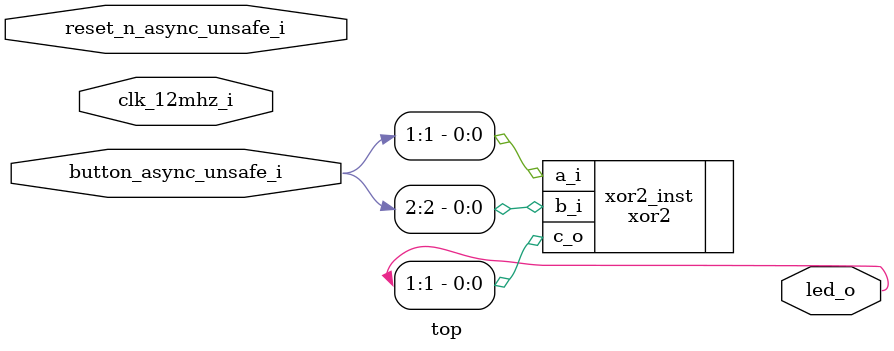
<source format=sv>
module top
  (input [0:0] clk_12mhz_i
  ,input [0:0] reset_n_async_unsafe_i
   // n: Negative Polarity (0 when pressed, 1 otherwise)
   // async: Not synchronized to clock
   // unsafe: Not De-Bounced
  ,input [3:1] button_async_unsafe_i
   // async: Not synchronized to clock
   // unsafe: Not De-Bounced
  ,output [5:1] led_o);

  // For this lab, instantiate your xor2 gate. Using two wires from
  // btn_async_unsafe_i, drive an output wire in led_o.
  //
  // Your code goes here
  
  xor2
    #()
    xor2_inst
     (.a_i(button_async_unsafe_i[1:1])
    , .b_i(button_async_unsafe_i[2:2])
    , .c_o(led_o[1:1])
    );


endmodule

</source>
